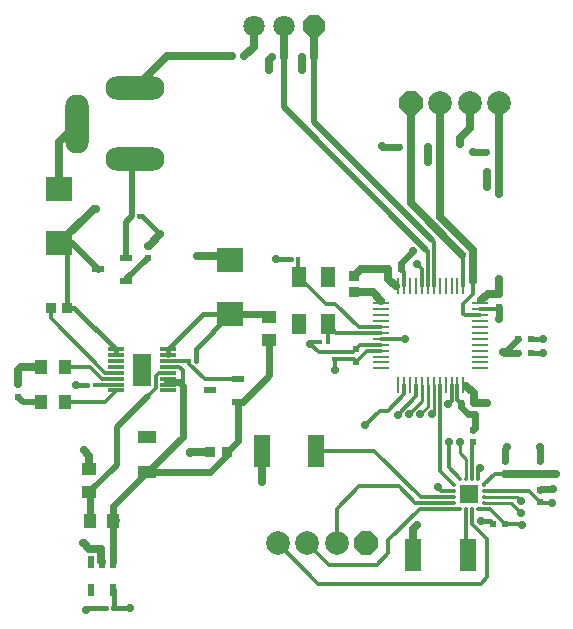
<source format=gtl>
G04 Layer_Physical_Order=1*
G04 Layer_Color=255*
%FSLAX43Y43*%
%MOMM*%
G71*
G01*
G75*
%ADD10R,0.600X0.600*%
%ADD11R,0.600X0.600*%
%ADD12R,1.500X1.500*%
%ADD13O,0.300X0.500*%
%ADD14O,0.500X0.300*%
%ADD15R,1.400X2.700*%
%ADD16R,1.600X1.000*%
%ADD17R,0.300X0.300*%
%ADD18R,1.200X1.800*%
%ADD19R,0.300X0.300*%
%ADD20R,0.850X0.850*%
%ADD21R,1.400X0.250*%
%ADD22R,0.250X1.400*%
%ADD23R,0.600X1.000*%
%ADD24R,1.000X1.250*%
%ADD25R,1.250X1.000*%
%ADD26R,1.000X0.600*%
%ADD27R,0.850X0.850*%
%ADD28R,2.300X2.000*%
%ADD29R,1.600X2.800*%
%ADD30R,1.400X0.300*%
%ADD31C,0.700*%
%ADD32C,0.400*%
%ADD33C,0.600*%
%ADD34C,0.300*%
%ADD35C,0.250*%
%ADD36C,0.500*%
%ADD37C,2.000*%
%ADD38P,2.165X8X202.5*%
%ADD39P,1.948X8X202.5*%
%ADD40C,1.800*%
%ADD41O,5.000X2.000*%
%ADD42O,2.000X5.000*%
%ADD43C,0.700*%
D10*
X43950Y25000D02*
D03*
X45050D02*
D03*
X45050Y26150D02*
D03*
X43950D02*
D03*
X41875Y10525D02*
D03*
X42875D02*
D03*
X32975Y32125D02*
D03*
X34075D02*
D03*
X40250Y20700D02*
D03*
X39150D02*
D03*
X41375Y40325D02*
D03*
X42375D02*
D03*
X42375Y42000D02*
D03*
X41275D02*
D03*
X34875Y42450D02*
D03*
X33875D02*
D03*
X36375D02*
D03*
X37375D02*
D03*
X20800Y50100D02*
D03*
X19800D02*
D03*
X23150Y50025D02*
D03*
X24150D02*
D03*
X25700Y50050D02*
D03*
X26700D02*
D03*
D11*
X45825Y12350D02*
D03*
Y13350D02*
D03*
Y14700D02*
D03*
Y15800D02*
D03*
X42850Y14725D02*
D03*
Y15825D02*
D03*
X40125Y18425D02*
D03*
Y17425D02*
D03*
X30275Y24250D02*
D03*
Y25350D02*
D03*
X42350Y29975D02*
D03*
Y28875D02*
D03*
X1625Y21250D02*
D03*
Y22350D02*
D03*
X12625Y34050D02*
D03*
Y33050D02*
D03*
D12*
X39850Y13050D02*
D03*
D13*
X39100Y14325D02*
D03*
X39600D02*
D03*
X40100D02*
D03*
X40600D02*
D03*
Y11775D02*
D03*
X40100D02*
D03*
X39600D02*
D03*
X39100D02*
D03*
D14*
X41125Y13800D02*
D03*
Y13300D02*
D03*
Y12800D02*
D03*
Y12300D02*
D03*
X38575D02*
D03*
Y12800D02*
D03*
Y13300D02*
D03*
Y13800D02*
D03*
D15*
X39725Y7900D02*
D03*
X35125D02*
D03*
X26900Y16700D02*
D03*
X22300D02*
D03*
D16*
X12550Y14875D02*
D03*
Y17875D02*
D03*
D17*
X25350Y32975D02*
D03*
X24750D02*
D03*
X27850Y25875D02*
D03*
X27250D02*
D03*
X9725Y3350D02*
D03*
X9125D02*
D03*
X16125Y24300D02*
D03*
X16725D02*
D03*
X8125Y22300D02*
D03*
X7525D02*
D03*
X11925Y36550D02*
D03*
X11325D02*
D03*
D18*
X27850Y27425D02*
D03*
Y31425D02*
D03*
X25450D02*
D03*
Y27425D02*
D03*
D19*
X28425Y25050D02*
D03*
Y24450D02*
D03*
D20*
X30075Y31500D02*
D03*
Y30100D02*
D03*
D21*
X32400Y29175D02*
D03*
Y28675D02*
D03*
Y28175D02*
D03*
Y27675D02*
D03*
Y27175D02*
D03*
Y26675D02*
D03*
Y26175D02*
D03*
Y25675D02*
D03*
Y25175D02*
D03*
Y24675D02*
D03*
Y24175D02*
D03*
Y23675D02*
D03*
X40800D02*
D03*
Y24175D02*
D03*
Y24675D02*
D03*
Y25175D02*
D03*
Y25675D02*
D03*
Y26175D02*
D03*
Y26675D02*
D03*
Y27175D02*
D03*
Y27675D02*
D03*
Y28175D02*
D03*
Y28675D02*
D03*
Y29175D02*
D03*
D22*
X33850Y22225D02*
D03*
X34350D02*
D03*
X34850D02*
D03*
X35350D02*
D03*
X35850D02*
D03*
X36350D02*
D03*
X36850D02*
D03*
X37350D02*
D03*
X37850D02*
D03*
X38350D02*
D03*
X38850D02*
D03*
X39350D02*
D03*
Y30625D02*
D03*
X38850D02*
D03*
X38350D02*
D03*
X37850D02*
D03*
X37350D02*
D03*
X36850D02*
D03*
X36350D02*
D03*
X35850D02*
D03*
X35350D02*
D03*
X34850D02*
D03*
X34350D02*
D03*
X33850D02*
D03*
D23*
X9700Y4900D02*
D03*
X7800D02*
D03*
Y7300D02*
D03*
X8750D02*
D03*
X9700D02*
D03*
D24*
X7725Y10775D02*
D03*
X9725D02*
D03*
X3625Y20800D02*
D03*
X5625D02*
D03*
X3625Y23800D02*
D03*
X5625D02*
D03*
D25*
X7675Y15175D02*
D03*
Y13175D02*
D03*
X22875Y26050D02*
D03*
Y28050D02*
D03*
D26*
X17875Y21800D02*
D03*
X20275Y22750D02*
D03*
Y20850D02*
D03*
X8425Y32050D02*
D03*
X10825Y33000D02*
D03*
Y31100D02*
D03*
D27*
X17925Y16550D02*
D03*
X19325D02*
D03*
X4425Y28800D02*
D03*
X5825D02*
D03*
D28*
X19625Y28250D02*
D03*
Y32850D02*
D03*
X5125Y34250D02*
D03*
Y38850D02*
D03*
D29*
X12125Y23550D02*
D03*
D30*
X14325Y21800D02*
D03*
Y22300D02*
D03*
Y22800D02*
D03*
Y23300D02*
D03*
Y23800D02*
D03*
Y24300D02*
D03*
Y24800D02*
D03*
Y25300D02*
D03*
X9925Y21800D02*
D03*
Y22300D02*
D03*
Y22800D02*
D03*
Y23300D02*
D03*
Y23800D02*
D03*
Y24300D02*
D03*
Y24800D02*
D03*
Y25300D02*
D03*
D31*
X35125Y10100D02*
X35425Y10400D01*
X35125Y7900D02*
Y10100D01*
X16175Y16500D02*
X16225Y16550D01*
X17925D01*
X22325Y14050D02*
Y16675D01*
X22300Y16700D02*
X22325Y16675D01*
X7175Y8850D02*
X7200D01*
X7646Y8404D01*
X8704D01*
Y7346D02*
Y8404D01*
Y7346D02*
X8750Y7300D01*
X7200Y16750D02*
X7675Y16275D01*
Y15175D02*
Y16275D01*
X1625Y23550D02*
X1625Y23550D01*
X1625Y22350D02*
Y23550D01*
X1625Y23550D02*
X1875Y23800D01*
X3625D01*
X42375Y42000D02*
Y46150D01*
X19250Y33225D02*
X19625Y32850D01*
X16825Y33225D02*
X19250D01*
X12725Y34050D02*
X13700Y35025D01*
X12625Y34050D02*
X12725D01*
X11550Y47375D02*
X14275Y50100D01*
X19800D01*
X5125Y42800D02*
X6650Y44325D01*
X5125Y38850D02*
Y42800D01*
X41396Y30000D02*
X42350D01*
X45825Y14700D02*
X47175D01*
X42875D02*
X45825D01*
X42850Y14725D02*
X42875Y14700D01*
X39025Y42650D02*
Y43175D01*
X39875Y44025D01*
Y46150D01*
X42375Y40325D02*
X42400Y40300D01*
Y38425D02*
Y40300D01*
X40179Y31100D02*
Y33695D01*
X37375Y36499D02*
X40179Y33695D01*
X37375Y36499D02*
Y42450D01*
X34875Y37650D02*
X39225Y33300D01*
X34875Y37650D02*
Y42450D01*
X26665Y52625D02*
X26700Y52590D01*
Y50050D02*
Y52590D01*
X24125Y52625D02*
X24150Y52600D01*
Y50025D02*
Y52600D01*
X30075Y31500D02*
X30700Y32125D01*
X31425D01*
X30075Y30100D02*
X31704D01*
X42350Y30000D02*
Y31225D01*
Y29975D02*
Y30000D01*
X40250Y20700D02*
X41375D01*
X40250D02*
X40250D01*
X31425Y32125D02*
X32975D01*
X31704Y30100D02*
X32400Y29404D01*
X32975Y31271D02*
Y32125D01*
X40250Y20700D02*
Y21554D01*
X39604Y22200D02*
X40250Y21554D01*
X40825Y29429D02*
X41396Y30000D01*
X32975Y31271D02*
X33621Y30625D01*
X41375Y39000D02*
Y40325D01*
X36375Y41175D02*
Y42450D01*
X42375Y40325D02*
Y42000D01*
X42375Y40325D02*
X42375Y40325D01*
X34875Y42450D02*
X34875Y42450D01*
Y46150D01*
X37375Y42450D02*
X37375Y42450D01*
Y46150D01*
X22900Y48975D02*
Y49775D01*
X23150Y50025D01*
X25700Y48950D02*
Y50050D01*
X20800Y50100D02*
X21585Y50885D01*
Y52625D01*
X8075Y37200D02*
X8275D01*
X5125Y34250D02*
X8075Y37200D01*
D32*
X7400Y3225D02*
X7525Y3350D01*
X9125D01*
X6550Y22300D02*
X6550Y22300D01*
X7525D01*
X12175Y36550D02*
X13700Y35025D01*
X11925Y36550D02*
X12175D01*
X23500Y32975D02*
X24750D01*
X24750Y32975D01*
X40825Y10775D02*
X41625D01*
X9729Y3350D02*
Y4871D01*
X45050Y26150D02*
X46100D01*
X45050Y25000D02*
X46100D01*
X31125Y8875D02*
X31200Y8950D01*
X41625Y10775D02*
X41875Y10525D01*
X9729Y3350D02*
X11100D01*
X9725D02*
X9729D01*
X5125Y34250D02*
X5825Y33550D01*
X5125Y34250D02*
X6225D01*
X9700Y4900D02*
X9729Y4871D01*
X17275Y28250D02*
X19625D01*
X14325Y25300D02*
X17275Y28250D01*
X14325Y24800D02*
Y25300D01*
X16725Y25350D02*
X19625Y28250D01*
X16725Y24300D02*
Y25350D01*
X9925Y24904D02*
Y25300D01*
X6425Y28800D02*
X9925Y25300D01*
X5825Y28800D02*
X6425D01*
X5825D02*
Y33550D01*
D33*
X32450Y42475D02*
X32475Y42450D01*
X33875D01*
X40175Y42000D02*
X41275D01*
X34075Y32575D02*
X35075Y33575D01*
X34075Y32125D02*
Y32575D01*
X42350Y28875D02*
X42375Y28850D01*
Y27825D02*
Y28850D01*
X42725Y25075D02*
X42800Y25000D01*
X43950D01*
X42725Y25075D02*
X42875D01*
X43950Y26150D01*
X40350Y18650D02*
Y19700D01*
X40125Y18425D02*
X40350Y18650D01*
X40254Y19796D02*
X40350Y19700D01*
X39771Y19796D02*
X40254D01*
X39150Y20417D02*
X39771Y19796D01*
X39150Y20417D02*
Y20700D01*
X42850Y16875D02*
X43025Y17050D01*
X42850Y15825D02*
Y16875D01*
X45825Y16925D02*
X45875Y16975D01*
X45825Y15800D02*
Y16925D01*
X45900Y13425D02*
X46925D01*
X45825Y13350D02*
X45900Y13425D01*
X14325Y22504D02*
X15254D01*
X9800Y10700D02*
X9900Y10800D01*
X9725Y7300D02*
Y10775D01*
X9800Y10700D01*
X9725Y10775D02*
Y12050D01*
X12550Y14875D01*
X7675Y13175D02*
X7725Y13125D01*
Y10775D02*
Y13125D01*
X20275Y17500D02*
Y20850D01*
X20650D01*
X22875Y23075D01*
Y26050D01*
X15579Y17904D02*
Y22179D01*
X15254Y22504D02*
X15579Y22179D01*
X14279Y22550D02*
X14325Y22504D01*
X12550Y14875D02*
X15579Y17904D01*
X12550Y14875D02*
X17883D01*
X19325Y16317D01*
Y16550D01*
X20275Y17500D01*
X6225Y34250D02*
X8425Y32050D01*
X19625Y28250D02*
X22675D01*
D34*
X26375Y25775D02*
X27100Y25050D01*
X28425D01*
X26375Y25775D02*
X26475Y25875D01*
X27250D01*
X45825Y12350D02*
X45875Y12300D01*
X46875D01*
X38075Y20650D02*
X38350Y20925D01*
Y22225D01*
X40600Y15100D02*
X40725Y15225D01*
X40600Y14325D02*
Y15100D01*
X31050Y18900D02*
X32250Y20100D01*
X32975D01*
X34350Y21475D01*
X37350Y15025D02*
Y22225D01*
X38100Y15325D02*
Y17400D01*
X41625Y11775D02*
X42875Y10525D01*
X40600Y11775D02*
X41625D01*
X33775Y19750D02*
X35350Y21325D01*
X44150Y10525D02*
X44275Y10400D01*
X42875Y10525D02*
X44150D01*
X41125Y13300D02*
X44875D01*
X34350Y21475D02*
Y22225D01*
X35350Y21325D02*
Y22225D01*
X38100Y15325D02*
X39100Y14325D01*
X37175Y13600D02*
X37475Y13300D01*
X38575D01*
X35725Y12800D02*
X38575D01*
X35650Y11775D02*
X39100D01*
X32975Y9100D02*
X35650Y11775D01*
X28625Y8875D02*
Y11800D01*
X30500Y13675D01*
X33900D01*
X35275Y12300D01*
X23625Y8875D02*
X27050Y5450D01*
X40825D01*
X41375Y6000D01*
Y9200D01*
X40100Y10475D02*
X41375Y9200D01*
X40100Y10475D02*
Y11775D01*
X26125Y8875D02*
X27975Y7025D01*
X32000D01*
X32975Y8000D01*
Y9100D01*
X35275Y12300D02*
X38575D01*
X26900Y16700D02*
X31825D01*
X35725Y12800D01*
X41125Y13854D02*
X41996Y14725D01*
X42850D01*
X44875Y13300D02*
X45825Y12350D01*
X40100Y14325D02*
Y17425D01*
X39600Y8025D02*
X39725Y7900D01*
X39600Y8025D02*
Y11775D01*
X37350Y15025D02*
X38575Y13800D01*
X25450Y31425D02*
X27725Y29150D01*
X27850Y27425D02*
X28600Y26675D01*
X40179Y30004D02*
Y31100D01*
X39325Y29150D02*
X40179Y30004D01*
X39325Y28300D02*
Y29150D01*
Y28300D02*
X39450Y28175D01*
X40800D01*
X39225Y33300D02*
X39350Y33175D01*
Y30625D02*
Y33175D01*
X36675Y34550D02*
X36850Y34375D01*
Y30625D02*
Y34375D01*
X36191Y33734D02*
X36350Y33575D01*
Y30625D02*
Y33575D01*
X35425Y32475D02*
X35850Y32050D01*
X34075Y32125D02*
X34350Y31850D01*
Y30625D02*
Y31850D01*
X27725Y29150D02*
X28500D01*
X30475Y27175D01*
X32400D01*
X28600Y26675D02*
X32400D01*
X25350Y31525D02*
X25450Y31425D01*
X25350Y31525D02*
Y32975D01*
X32400Y26175D02*
X34375D01*
X27850Y25875D02*
Y27425D01*
X28425Y24450D02*
X28450Y24425D01*
Y23550D02*
Y24425D01*
X28425Y25050D02*
X29975D01*
X30275Y25350D01*
X30600Y25675D01*
X32400D01*
X31200Y25175D02*
X32400D01*
X28425Y24450D02*
X30075D01*
X30275Y24250D01*
X31200Y25175D01*
X42150Y28675D02*
X42350Y28875D01*
X40800Y28675D02*
X42150D01*
X38850Y21000D02*
X39150Y20700D01*
X38850Y21000D02*
Y22225D01*
X35850Y30625D02*
Y32050D01*
X5625Y23800D02*
X7775D01*
X12650Y21350D02*
X13300Y22000D01*
Y23000D01*
X13600Y23300D01*
X14325D01*
X15579Y22179D02*
Y23496D01*
X15275Y23800D02*
X15579Y23496D01*
X14325Y23800D02*
X15275D01*
X8979Y20800D02*
X9925Y21746D01*
X5625Y20800D02*
X8979D01*
X7775Y23800D02*
X8775Y22800D01*
X9925D01*
X4425Y27900D02*
Y28800D01*
Y27900D02*
X9025Y23300D01*
X9925D01*
X17439Y22750D02*
X20275D01*
X16125Y24064D02*
X17439Y22750D01*
X16125Y24064D02*
Y24300D01*
X14325D02*
X16125D01*
X8125Y22300D02*
X9925D01*
D35*
X34750Y19775D02*
X35850Y20875D01*
X35700Y19775D02*
X36350Y20425D01*
X36675Y19775D02*
X36850Y19950D01*
X43350Y12300D02*
X44250Y11400D01*
X41125Y12800D02*
X43875D01*
X35850Y20875D02*
Y22225D01*
X36350Y20425D02*
Y22225D01*
X36850Y19950D02*
Y22225D01*
X43875Y12800D02*
X44225Y12450D01*
X39100Y16475D02*
Y17425D01*
X41125Y12300D02*
X43350D01*
X39100Y16475D02*
X39600Y15975D01*
Y14325D02*
Y15975D01*
D36*
X11325Y36550D02*
Y41375D01*
X10825Y36050D02*
X11325Y36550D01*
X26700Y44525D02*
X36675Y34550D01*
X24150Y45775D02*
X36191Y33734D01*
X24150Y45775D02*
Y50025D01*
X26700Y44525D02*
Y50050D01*
X2075Y20800D02*
X3625D01*
X10000Y18700D02*
X12650Y21350D01*
X7675Y13175D02*
X10000Y15500D01*
Y18700D01*
X1625Y21250D02*
X2075Y20800D01*
X10825Y33000D02*
Y36050D01*
Y31100D02*
Y31250D01*
X12625Y33050D01*
X22675Y28250D02*
X22875Y28050D01*
D37*
X23625Y8875D02*
D03*
X28625D02*
D03*
X26125D02*
D03*
X42375Y46150D02*
D03*
X37375D02*
D03*
X39875D02*
D03*
D38*
X31125Y8875D02*
D03*
X34875Y46150D02*
D03*
D39*
X26665Y52625D02*
D03*
D40*
X24125D02*
D03*
X21585D02*
D03*
D41*
X11550Y41375D02*
D03*
Y47375D02*
D03*
D42*
X6650Y44325D02*
D03*
D43*
X35425Y10400D02*
D03*
X23500Y32975D02*
D03*
X40175Y42000D02*
D03*
X32450Y42475D02*
D03*
X13700Y35025D02*
D03*
X16825Y33225D02*
D03*
X6550Y22300D02*
D03*
X1625Y23550D02*
D03*
X7200Y16750D02*
D03*
X7400Y3225D02*
D03*
X7175Y8850D02*
D03*
X22325Y14050D02*
D03*
X16175Y16500D02*
D03*
X26375Y25775D02*
D03*
X35075Y33575D02*
D03*
X42375Y27825D02*
D03*
X42725Y25075D02*
D03*
X40350Y19700D02*
D03*
X43025Y17050D02*
D03*
X45875Y16975D02*
D03*
X46925Y13425D02*
D03*
X38075Y20650D02*
D03*
X46875Y12300D02*
D03*
X40725Y15225D02*
D03*
X31050Y18900D02*
D03*
X34750Y19775D02*
D03*
X35700D02*
D03*
X36675D02*
D03*
X38100Y17400D02*
D03*
X40825Y10775D02*
D03*
X47175Y14700D02*
D03*
X46100Y26150D02*
D03*
Y25000D02*
D03*
X33775Y19750D02*
D03*
X44275Y10400D02*
D03*
X44225Y12450D02*
D03*
X39100Y17425D02*
D03*
X44250Y11400D02*
D03*
X37175Y13600D02*
D03*
X39025Y42650D02*
D03*
X42400Y38425D02*
D03*
X34375Y26175D02*
D03*
X35425Y32475D02*
D03*
X28450Y23550D02*
D03*
X41375Y20700D02*
D03*
X42350Y31225D02*
D03*
X31425Y32125D02*
D03*
X41375Y39000D02*
D03*
X36375Y41175D02*
D03*
X22900Y48975D02*
D03*
X25700Y48950D02*
D03*
X11100Y3350D02*
D03*
X8275Y37200D02*
D03*
M02*

</source>
